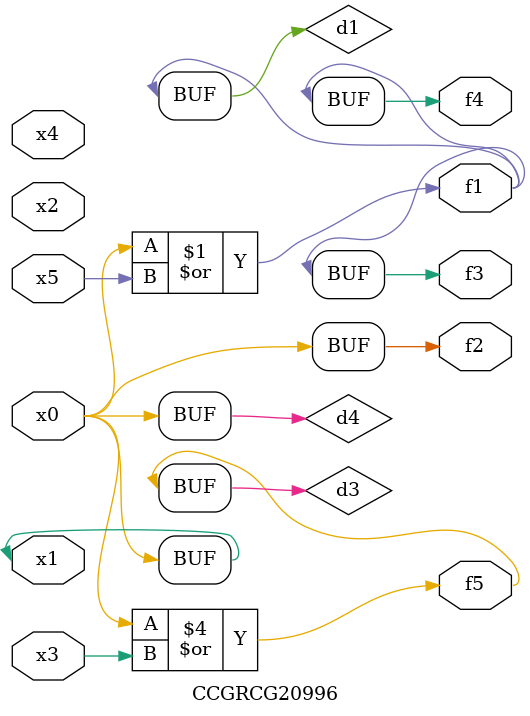
<source format=v>
module CCGRCG20996(
	input x0, x1, x2, x3, x4, x5,
	output f1, f2, f3, f4, f5
);

	wire d1, d2, d3, d4;

	or (d1, x0, x5);
	xnor (d2, x1, x4);
	or (d3, x0, x3);
	buf (d4, x0, x1);
	assign f1 = d1;
	assign f2 = d4;
	assign f3 = d1;
	assign f4 = d1;
	assign f5 = d3;
endmodule

</source>
